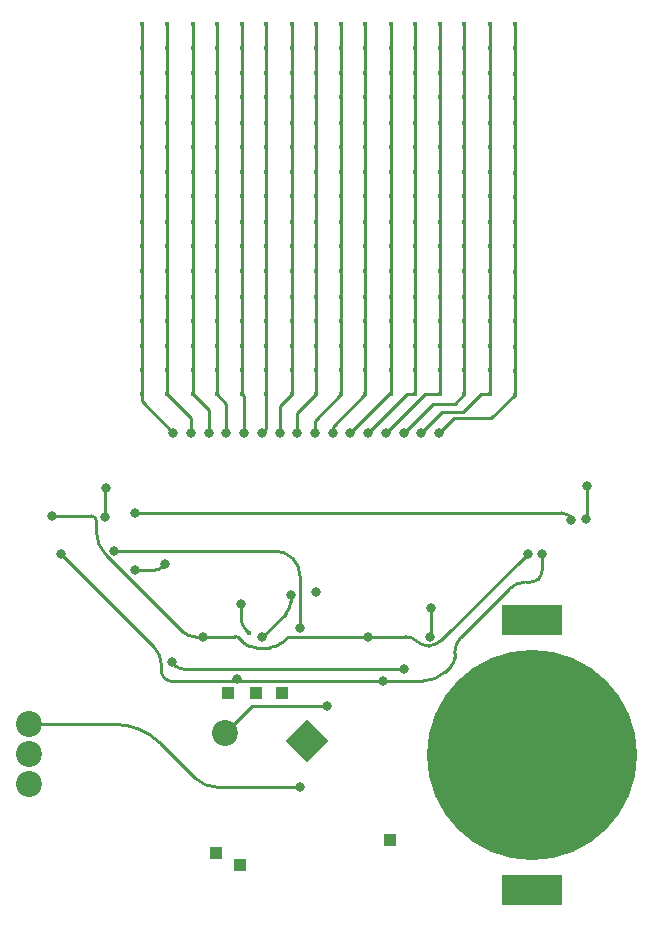
<source format=gbr>
%TF.GenerationSoftware,KiCad,Pcbnew,(6.0.5)*%
%TF.CreationDate,2022-08-28T18:04:00-07:00*%
%TF.ProjectId,PCBbuscard,50434262-7573-4636-9172-642e6b696361,rev?*%
%TF.SameCoordinates,Original*%
%TF.FileFunction,Copper,L2,Bot*%
%TF.FilePolarity,Positive*%
%FSLAX46Y46*%
G04 Gerber Fmt 4.6, Leading zero omitted, Abs format (unit mm)*
G04 Created by KiCad (PCBNEW (6.0.5)) date 2022-08-28 18:04:00*
%MOMM*%
%LPD*%
G01*
G04 APERTURE LIST*
G04 Aperture macros list*
%AMRotRect*
0 Rectangle, with rotation*
0 The origin of the aperture is its center*
0 $1 length*
0 $2 width*
0 $3 Rotation angle, in degrees counterclockwise*
0 Add horizontal line*
21,1,$1,$2,0,0,$3*%
G04 Aperture macros list end*
%TA.AperFunction,ComponentPad*%
%ADD10C,2.200000*%
%TD*%
%TA.AperFunction,SMDPad,CuDef*%
%ADD11C,17.800000*%
%TD*%
%TA.AperFunction,SMDPad,CuDef*%
%ADD12R,5.100000X2.500000*%
%TD*%
%TA.AperFunction,ComponentPad*%
%ADD13R,1.000000X1.000000*%
%TD*%
%TA.AperFunction,ComponentPad*%
%ADD14C,0.500000*%
%TD*%
%TA.AperFunction,SMDPad,CuDef*%
%ADD15RotRect,2.600000X2.600000X135.000000*%
%TD*%
%TA.AperFunction,ViaPad*%
%ADD16C,0.800000*%
%TD*%
%TA.AperFunction,ViaPad*%
%ADD17C,0.400000*%
%TD*%
%TA.AperFunction,Conductor*%
%ADD18C,0.250000*%
%TD*%
G04 APERTURE END LIST*
D10*
%TO.P,CLK,1,1*%
%TO.N,/PB5*%
X153670000Y-106172000D03*
%TD*%
D11*
%TO.P,U6,3,3*%
%TO.N,GND*%
X179603400Y-108000800D03*
D12*
%TO.P,U6,2,2*%
%TO.N,VCC*%
X179603400Y-96550800D03*
%TO.P,U6,1,1*%
X179603400Y-119450800D03*
%TD*%
D13*
%TO.P,TP6,1,1*%
%TO.N,/PC5*%
X167640000Y-115200000D03*
%TD*%
%TO.P,TP7,1,1*%
%TO.N,/PB2*%
X158496000Y-102750000D03*
%TD*%
D10*
%TO.P,GND,1,1*%
%TO.N,GND*%
X137000000Y-110500000D03*
%TD*%
%TO.P,VCC,1,1*%
%TO.N,VCC*%
X137000000Y-107960000D03*
%TD*%
D13*
%TO.P,TP9,1,1*%
%TO.N,/PC0*%
X156250000Y-102750000D03*
%TD*%
%TO.P,TP8,1,1*%
%TO.N,/PC1*%
X153924000Y-102750000D03*
%TD*%
D14*
%TO.P,U5,25,GND*%
%TO.N,GND*%
X162082624Y-106824958D03*
D15*
X160597700Y-106824958D03*
D14*
X160597700Y-108309882D03*
X159855238Y-106082496D03*
X160597700Y-105340034D03*
X159855238Y-107567420D03*
X161340162Y-106082496D03*
X161340162Y-107567420D03*
X160597700Y-106824958D03*
X159112776Y-106824958D03*
%TD*%
D10*
%TO.P,PROG,1,1*%
%TO.N,Net-(TP3-Pad1)*%
X137000000Y-105420001D03*
%TD*%
D13*
%TO.P,TP4,1,1*%
%TO.N,/PC3*%
X152908000Y-116332000D03*
%TD*%
%TO.P,TP5,1,1*%
%TO.N,/PC4*%
X154940000Y-117348000D03*
%TD*%
D16*
%TO.N,GND*%
X179603400Y-108026200D03*
%TO.N,VCC*%
X179603400Y-119450800D03*
X179603400Y-96550800D03*
%TO.N,Net-(U3-Pad9)*%
X182905400Y-88112600D03*
%TO.N,GND*%
X145973800Y-92354400D03*
X148590000Y-91821000D03*
X161315400Y-94208600D03*
%TO.N,/S8*%
X184251600Y-85217000D03*
%TO.N,/T16*%
X171043600Y-95580200D03*
%TO.N,/T8*%
X159181800Y-94462600D03*
X156794200Y-98044000D03*
%TO.N,/PC1*%
X139000016Y-87750843D03*
%TO.N,/PB5*%
X162306000Y-103886000D03*
D17*
%TO.N,Net-(D1-Pad2)*%
X146573731Y-69218630D03*
X146573731Y-58677630D03*
X146573731Y-54486630D03*
X146573731Y-46104630D03*
D16*
X149250000Y-80750000D03*
D17*
X146573731Y-56518630D03*
X146573731Y-62868630D03*
X146573731Y-71250630D03*
X146573731Y-50295630D03*
X146573731Y-75441630D03*
X146573731Y-64900630D03*
X146573731Y-52327630D03*
X146573731Y-77473630D03*
X146573731Y-67059630D03*
X146573731Y-60709630D03*
X146573731Y-48136630D03*
X146573731Y-73409630D03*
%TO.N,Net-(D114-Pad2)*%
X148732731Y-50295630D03*
X148732731Y-67059630D03*
X148732731Y-52327630D03*
X148732731Y-64900630D03*
X148732731Y-69218630D03*
X148732731Y-71250630D03*
X148732731Y-46104630D03*
X148732731Y-54486630D03*
X148732731Y-62868630D03*
X148732731Y-73409630D03*
X148732731Y-58677630D03*
X148732731Y-75441630D03*
X148732731Y-77473630D03*
X148732731Y-56518630D03*
X148732731Y-48136630D03*
X148732731Y-60709630D03*
D16*
X150750000Y-80750000D03*
%TO.N,Net-(D115-Pad2)*%
X152250000Y-80750000D03*
D17*
X150891731Y-52327630D03*
X150891731Y-60709630D03*
X150891731Y-73409630D03*
X150891731Y-71250630D03*
X150891731Y-75441630D03*
X150891731Y-58677630D03*
X150891731Y-54486630D03*
X150891731Y-69218630D03*
X150891731Y-77473630D03*
X150891731Y-56518630D03*
X150891731Y-62868630D03*
X150891731Y-64900630D03*
X150891731Y-50295630D03*
X150891731Y-46104630D03*
X150891731Y-48136630D03*
X150891731Y-67059630D03*
D16*
%TO.N,Net-(D101-Pad2)*%
X155250000Y-80750000D03*
D17*
X155082731Y-58677630D03*
X155082731Y-71250630D03*
X155082731Y-73409630D03*
X155082731Y-60709630D03*
X155082731Y-48136630D03*
X155082731Y-69218630D03*
X155082731Y-75441630D03*
X155082731Y-54486630D03*
X155082731Y-77473630D03*
X155082731Y-62868630D03*
X155082731Y-50295630D03*
X155082731Y-46104630D03*
X155082731Y-52327630D03*
X155082731Y-64900630D03*
X155082731Y-56518630D03*
X155082731Y-67059630D03*
%TO.N,Net-(D102-Pad2)*%
X157114731Y-62868630D03*
X157114731Y-64900630D03*
X157114731Y-56518630D03*
X157114731Y-54486630D03*
X157114731Y-60709630D03*
X157114731Y-67059630D03*
X157114731Y-48136630D03*
X157114731Y-75441630D03*
X157114731Y-50295630D03*
D16*
X156750000Y-80750000D03*
D17*
X157114731Y-73409630D03*
X157114731Y-69218630D03*
X157114731Y-58677630D03*
X157114731Y-77473630D03*
X157114731Y-46104630D03*
X157114731Y-52327630D03*
X157114731Y-71250630D03*
%TO.N,Net-(D103-Pad2)*%
X159273731Y-62868630D03*
D16*
X158250000Y-80750000D03*
D17*
X159273731Y-69218630D03*
X159273731Y-71250630D03*
X159273731Y-46104630D03*
X159273731Y-58677630D03*
X159273731Y-50295630D03*
X159273731Y-56518630D03*
X159273731Y-77473630D03*
X159273731Y-75441630D03*
X159273731Y-54486630D03*
X159273731Y-67059630D03*
X159273731Y-60709630D03*
X159273731Y-48136630D03*
X159273731Y-52327630D03*
X159273731Y-64900630D03*
X159273731Y-73409630D03*
%TO.N,Net-(D104-Pad2)*%
X161305731Y-46104630D03*
X161305731Y-71250630D03*
X161305731Y-54486630D03*
X161305731Y-73409630D03*
X161305731Y-75441630D03*
X161305731Y-56518630D03*
X161305731Y-60709630D03*
X161305731Y-62868630D03*
X161305731Y-64900630D03*
X161305731Y-48136630D03*
X161305731Y-52327630D03*
X161305731Y-69218630D03*
X161305731Y-77473630D03*
X161305731Y-58677630D03*
X161305731Y-67059630D03*
D16*
X159750000Y-80750000D03*
D17*
X161305731Y-50295630D03*
%TO.N,Net-(D105-Pad2)*%
X163464731Y-52327630D03*
X163464731Y-73409630D03*
X163464731Y-75441630D03*
X163464731Y-58677630D03*
D16*
X161250000Y-80750000D03*
D17*
X163464731Y-64900630D03*
X163464731Y-67059630D03*
X163464731Y-54486630D03*
X163464731Y-77473630D03*
X163464731Y-71250630D03*
X163464731Y-50295630D03*
X163464731Y-60709630D03*
X163464731Y-56518630D03*
X163464731Y-62868630D03*
X163464731Y-46104630D03*
X163464731Y-69218630D03*
X163464731Y-48136630D03*
%TO.N,Net-(D10-Pad2)*%
X165496731Y-56518630D03*
X165496731Y-71250630D03*
X165496731Y-62868630D03*
X165496731Y-69218630D03*
X165496731Y-46104630D03*
X165496731Y-73409630D03*
X165496731Y-48136630D03*
X165496731Y-67059630D03*
X165496731Y-60709630D03*
X165496731Y-52327630D03*
X165496731Y-64900630D03*
X165496731Y-50295630D03*
D16*
X162750000Y-80750000D03*
D17*
X165496731Y-75441630D03*
X165496731Y-77473630D03*
X165496731Y-58677630D03*
X165496731Y-54486630D03*
%TO.N,Net-(D107-Pad2)*%
X167655731Y-73409630D03*
X167655731Y-62868630D03*
X167655731Y-64900630D03*
X167655731Y-46104630D03*
X167655731Y-52327630D03*
X167655731Y-60709630D03*
D16*
X164250000Y-80750000D03*
D17*
X167655731Y-69218630D03*
X167655731Y-58677630D03*
X167655731Y-71250630D03*
X167655731Y-67059630D03*
X167655731Y-48136630D03*
X167655731Y-75441630D03*
X167655731Y-77473630D03*
X167655731Y-54486630D03*
X167655731Y-50295630D03*
X167655731Y-56518630D03*
%TO.N,Net-(D108-Pad2)*%
X169687731Y-77473630D03*
X169687731Y-62868630D03*
X169687731Y-67059630D03*
X169687731Y-48136630D03*
X169687731Y-58677630D03*
X169687731Y-69218630D03*
X169687731Y-64900630D03*
X169687731Y-60709630D03*
X169687731Y-56518630D03*
X169687731Y-46104630D03*
D16*
X165750000Y-80750000D03*
D17*
X169687731Y-71250630D03*
X169687731Y-50295630D03*
X169687731Y-54486630D03*
X169687731Y-73409630D03*
X169687731Y-75441630D03*
X169687731Y-52327630D03*
%TO.N,Net-(D109-Pad2)*%
X171846731Y-77473630D03*
X171846731Y-64900630D03*
X171846731Y-62868630D03*
X171846731Y-67059630D03*
X171846731Y-58677630D03*
X171846731Y-60709630D03*
X171846731Y-73409630D03*
X171846731Y-54486630D03*
X171846731Y-56518630D03*
X171846731Y-50295630D03*
X171846731Y-46104630D03*
X171846731Y-48136630D03*
X171846731Y-69218630D03*
X171846731Y-52327630D03*
D16*
X167250000Y-80750000D03*
D17*
X171846731Y-75441630D03*
X171846731Y-71250630D03*
%TO.N,Net-(D110-Pad2)*%
X173878731Y-64900630D03*
X173878731Y-77473630D03*
X173878731Y-52327630D03*
X173878731Y-46104630D03*
X173878731Y-71250630D03*
X173878731Y-62868630D03*
X173878731Y-73409630D03*
X173878731Y-58677630D03*
X173878731Y-54486630D03*
X173878731Y-75441630D03*
X173878731Y-56518630D03*
X173878731Y-67059630D03*
D16*
X168750000Y-80750000D03*
D17*
X173878731Y-48136630D03*
X173878731Y-50295630D03*
X173878731Y-60709630D03*
X173878731Y-69218630D03*
%TO.N,Net-(D111-Pad2)*%
X176037731Y-73409630D03*
X176037731Y-58677630D03*
X176037731Y-54486630D03*
X176037731Y-52327630D03*
X176037731Y-50295630D03*
X176037731Y-67059630D03*
X176037731Y-64900630D03*
X176037731Y-69218630D03*
X176037731Y-46104630D03*
X176037731Y-60709630D03*
X176037731Y-48136630D03*
X176037731Y-71250630D03*
X176037731Y-56518630D03*
X176037731Y-77473630D03*
X176037731Y-75441630D03*
D16*
X170250000Y-80750000D03*
D17*
X176037731Y-62868630D03*
%TO.N,Net-(D112-Pad2)*%
X178147884Y-58726477D03*
X178147884Y-69267477D03*
X178147884Y-52376477D03*
X178147884Y-64949477D03*
X178147884Y-56567477D03*
X178147884Y-48185477D03*
X178147884Y-73458477D03*
X178147884Y-67108477D03*
X178147884Y-50344477D03*
D16*
X171750000Y-80750000D03*
D17*
X178147884Y-77522477D03*
X178147884Y-62917477D03*
X178147884Y-60758477D03*
X178147884Y-54535477D03*
X178147884Y-75490477D03*
X178147884Y-71299477D03*
X178147884Y-46153477D03*
D16*
%TO.N,Net-(U1-Pad9)*%
X168750000Y-100750000D03*
X149121312Y-100121312D03*
%TO.N,GND*%
X155000000Y-95200000D03*
D17*
X155676600Y-97688400D03*
D16*
%TO.N,Net-(TP3-Pad1)*%
X160020000Y-110744000D03*
%TO.N,/PC0*%
X180500000Y-91000000D03*
X167018959Y-101768959D03*
X154637299Y-101612701D03*
X139750000Y-91000000D03*
%TO.N,/PC1*%
X179250000Y-91000000D03*
X165750000Y-98000000D03*
X151750000Y-98000000D03*
%TO.N,/S9*%
X143433800Y-87833200D03*
X143535400Y-85369400D03*
%TO.N,/S8*%
X184175400Y-88011000D03*
D17*
%TO.N,Net-(D100-Pad2)*%
X152923731Y-62868630D03*
X152923731Y-69218630D03*
X152923731Y-46104630D03*
X152923731Y-48136630D03*
X152923731Y-71250630D03*
X152923731Y-75441630D03*
X152923731Y-52327630D03*
X152923731Y-73409630D03*
X152923731Y-64900630D03*
X152923731Y-60709630D03*
X152923731Y-56518630D03*
X152923731Y-77473630D03*
X152923731Y-58677630D03*
X152923731Y-67059630D03*
D16*
X153750000Y-80750000D03*
D17*
X152923731Y-50295630D03*
X152923731Y-54486630D03*
D16*
%TO.N,/T16*%
X171000001Y-97999999D03*
%TO.N,Net-(U2-Pad9)*%
X160000000Y-97250000D03*
X144262299Y-90737701D03*
%TO.N,Net-(U3-Pad9)*%
X146000000Y-87500000D03*
%TD*%
D18*
%TO.N,/PC1*%
X151750000Y-98000000D02*
X151125000Y-98000000D01*
%TO.N,GND*%
X148323300Y-92087700D02*
X148590000Y-91821000D01*
X147679429Y-92354412D02*
G75*
G03*
X148323300Y-92087700I-29J910612D01*
G01*
X147679429Y-92354400D02*
X145973800Y-92354400D01*
%TO.N,/PC1*%
X150058055Y-97558061D02*
G75*
G03*
X151125000Y-98000000I1066945J1066961D01*
G01*
X150058058Y-97558058D02*
X143545495Y-91045495D01*
X142750003Y-89125000D02*
G75*
G03*
X143545495Y-91045495I2715997J0D01*
G01*
X142750000Y-89125000D02*
X142750000Y-88176776D01*
X142624993Y-87875007D02*
G75*
G02*
X142750000Y-88176776I-301793J-301793D01*
G01*
X142323223Y-87749962D02*
G75*
G02*
X142624999Y-87875001I-23J-426738D01*
G01*
X142323223Y-87750000D02*
X139000859Y-87750000D01*
X139000859Y-87750000D02*
X139000016Y-87750843D01*
%TO.N,Net-(U1-Pad9)*%
X150194549Y-100750046D02*
G75*
G02*
X149435656Y-100435656I51J1073246D01*
G01*
%TO.N,/PC0*%
X170384477Y-101749985D02*
G75*
G03*
X172288791Y-100961207I23J2693085D01*
G01*
X172795291Y-100454747D02*
G75*
G03*
X173077584Y-99773165I-681591J681547D01*
G01*
X180500000Y-92312498D02*
X180500000Y-91000000D01*
X180163593Y-93086405D02*
X180190640Y-93059358D01*
X179082781Y-93368718D02*
X179482031Y-93368718D01*
X173642208Y-98010791D02*
X177719657Y-93933342D01*
X173077584Y-99773165D02*
X173077584Y-99373915D01*
X172288791Y-100961207D02*
X172795271Y-100454727D01*
X180500003Y-92312498D02*
G75*
G02*
X180190639Y-93059357I-1056203J-2D01*
G01*
X173642207Y-98010790D02*
G75*
G03*
X173077584Y-99373915I1363093J-1363110D01*
G01*
X180163587Y-93086399D02*
G75*
G02*
X179482031Y-93368718I-681587J681599D01*
G01*
X167018959Y-101768959D02*
X167028438Y-101759479D01*
X170384477Y-101750000D02*
X167051324Y-101750000D01*
X167051324Y-101750027D02*
G75*
G03*
X167028438Y-101759479I-24J-32373D01*
G01*
X179082781Y-93368715D02*
G75*
G03*
X177719658Y-93933343I19J-1927785D01*
G01*
%TO.N,GND*%
X179603400Y-108000800D02*
X179603400Y-108026200D01*
%TO.N,Net-(U3-Pad9)*%
X182689550Y-87691781D02*
X182905400Y-87907631D01*
X182905400Y-87907631D02*
X182905400Y-88112600D01*
X146000000Y-87500000D02*
X182146446Y-87500000D01*
X182689563Y-87691765D02*
G75*
G03*
X182146446Y-87500000I-546863J-683835D01*
G01*
%TO.N,/S8*%
X184251600Y-87934800D02*
X184175400Y-88011000D01*
X184251600Y-85217000D02*
X184251600Y-87934800D01*
%TO.N,GND*%
X155676600Y-97673887D02*
X155676600Y-97688400D01*
X155325462Y-97322749D02*
X155676600Y-97673887D01*
X155000000Y-95200000D02*
X155000000Y-96434314D01*
X155325473Y-97322740D02*
G75*
G02*
X155000000Y-96434314I1059127J891840D01*
G01*
%TO.N,/S9*%
X143433800Y-85471000D02*
X143433800Y-87833200D01*
X143535400Y-85369400D02*
X143433800Y-85471000D01*
%TO.N,/PC1*%
X154475797Y-98000001D02*
G75*
G02*
X154609979Y-98001148I203J-7828699D01*
G01*
X154475797Y-98000000D02*
X151750000Y-98000000D01*
X158502047Y-98455058D02*
X158957106Y-98000000D01*
X154724826Y-98050087D02*
G75*
G03*
X154609979Y-98001147I-118226J-118213D01*
G01*
X154724842Y-98050071D02*
X155130976Y-98456205D01*
X157403439Y-98910117D02*
X156226815Y-98910117D01*
X156226815Y-98910115D02*
G75*
G02*
X155130977Y-98456204I-15J1549715D01*
G01*
X157403439Y-98910129D02*
G75*
G03*
X158502047Y-98455058I-39J1553729D01*
G01*
X165750000Y-98000000D02*
X158957106Y-98000000D01*
%TO.N,/T8*%
X158759739Y-96078484D02*
G75*
G03*
X159181800Y-95059500I-1019039J1018984D01*
G01*
%TO.N,/T16*%
X171043600Y-97956400D02*
X171000001Y-97999999D01*
X171043600Y-95580200D02*
X171043600Y-97956400D01*
%TO.N,/T8*%
X159181800Y-95059500D02*
X159181800Y-94462600D01*
X158759727Y-96078472D02*
X156794200Y-98044000D01*
%TO.N,VCC*%
X179603400Y-96550800D02*
X179354800Y-96550800D01*
X179354800Y-96550800D02*
X179324000Y-96520000D01*
X179603400Y-119608600D02*
X179578000Y-119634000D01*
X179603400Y-119450800D02*
X179603400Y-119608600D01*
%TO.N,/PB5*%
X155956000Y-103886000D02*
X153670000Y-106172000D01*
X162306000Y-103886000D02*
X155956000Y-103886000D01*
%TO.N,Net-(D1-Pad2)*%
X146573731Y-46104630D02*
X146573731Y-77473630D01*
X146573731Y-77473630D02*
X146573731Y-78073731D01*
X146573731Y-78073731D02*
X149250000Y-80750000D01*
%TO.N,Net-(D114-Pad2)*%
X148732731Y-77473630D02*
X150750000Y-79490899D01*
X150750000Y-79490899D02*
X150750000Y-80750000D01*
X148732731Y-46104630D02*
X148732731Y-77473630D01*
X148732731Y-77473630D02*
X148732731Y-77504959D01*
%TO.N,Net-(D115-Pad2)*%
X152250000Y-78831899D02*
X152250000Y-80750000D01*
X150891731Y-77473630D02*
X152250000Y-78831899D01*
X150891731Y-46104630D02*
X150891731Y-77473630D01*
%TO.N,Net-(D101-Pad2)*%
X155082731Y-46104630D02*
X155082731Y-77473630D01*
X155250000Y-77640899D02*
X155250000Y-80750000D01*
X155082731Y-77473630D02*
X155250000Y-77640899D01*
%TO.N,Net-(D102-Pad2)*%
X157114731Y-46104630D02*
X157114731Y-77473630D01*
X157114731Y-77473630D02*
X157114731Y-80385269D01*
X157114731Y-80385269D02*
X156750000Y-80750000D01*
%TO.N,Net-(D103-Pad2)*%
X158250000Y-78497361D02*
X158250000Y-80750000D01*
X159273731Y-46104630D02*
X159273731Y-77473630D01*
X159273731Y-77473630D02*
X158250000Y-78497361D01*
%TO.N,Net-(D104-Pad2)*%
X161305731Y-46104630D02*
X161305731Y-77473630D01*
X161305731Y-77473630D02*
X159750000Y-79029361D01*
X159750000Y-79029361D02*
X159750000Y-80750000D01*
%TO.N,Net-(D105-Pad2)*%
X161250000Y-79688361D02*
X161250000Y-80750000D01*
X163464731Y-46104630D02*
X163464731Y-77473630D01*
X163464731Y-77473630D02*
X161250000Y-79688361D01*
%TO.N,Net-(D10-Pad2)*%
X162750000Y-80220361D02*
X162750000Y-80750000D01*
X165496731Y-77473630D02*
X162750000Y-80220361D01*
X165496731Y-46104630D02*
X165496731Y-77473630D01*
%TO.N,Net-(D107-Pad2)*%
X167655731Y-46104630D02*
X167655731Y-77473630D01*
X167526370Y-77473630D02*
X164250000Y-80750000D01*
X167655731Y-77473630D02*
X167526370Y-77473630D01*
%TO.N,Net-(D108-Pad2)*%
X169687731Y-77473630D02*
X169026370Y-77473630D01*
X169687731Y-46104630D02*
X169687731Y-77473630D01*
X169026370Y-77473630D02*
X165750000Y-80750000D01*
%TO.N,Net-(D109-Pad2)*%
X171846731Y-46104630D02*
X171846731Y-77473630D01*
X170526370Y-77473630D02*
X167250000Y-80750000D01*
X171846731Y-77473630D02*
X170526370Y-77473630D01*
%TO.N,Net-(D110-Pad2)*%
X173102361Y-78250000D02*
X171250000Y-78250000D01*
X171250000Y-78250000D02*
X168750000Y-80750000D01*
X173878731Y-77473630D02*
X173102361Y-78250000D01*
X173878731Y-46104630D02*
X173878731Y-77473630D01*
%TO.N,Net-(D111-Pad2)*%
X176037731Y-46104630D02*
X176037731Y-77473630D01*
X172000000Y-79000000D02*
X170250000Y-80750000D01*
X173750000Y-79000000D02*
X172000000Y-79000000D01*
X176037731Y-77473630D02*
X175276370Y-77473630D01*
X175276370Y-77473630D02*
X173750000Y-79000000D01*
%TO.N,Net-(D112-Pad2)*%
X176170361Y-79500000D02*
X173000000Y-79500000D01*
X173000000Y-79500000D02*
X171750000Y-80750000D01*
X178147884Y-46153477D02*
X178147884Y-77522477D01*
X178147884Y-77522477D02*
X176170361Y-79500000D01*
%TO.N,Net-(U1-Pad9)*%
X150194549Y-100750000D02*
X168750000Y-100750000D01*
X149435656Y-100435656D02*
X149121312Y-100121312D01*
%TO.N,Net-(TP3-Pad1)*%
X144314037Y-105420001D02*
X137000000Y-105420001D01*
X152969547Y-110744000D02*
X160020000Y-110744000D01*
X148161793Y-107013793D02*
X151130000Y-109982000D01*
X152969547Y-110743975D02*
G75*
G02*
X151130000Y-109982000I-47J2601375D01*
G01*
X144314037Y-105419990D02*
G75*
G02*
X148161792Y-107013794I-37J-5441610D01*
G01*
%TO.N,/PC0*%
X154637299Y-101612701D02*
X154715428Y-101690830D01*
X148250000Y-100375000D02*
X148250000Y-100883040D01*
X139750000Y-91000000D02*
X147631281Y-98881281D01*
X154370549Y-101768959D02*
X149135918Y-101768959D01*
X154904048Y-101768959D02*
X167018959Y-101768959D01*
X154637299Y-101612701D02*
X154559170Y-101690830D01*
X154370549Y-101768991D02*
G75*
G03*
X154559170Y-101690830I-49J266791D01*
G01*
X148250010Y-100375000D02*
G75*
G03*
X147631280Y-98881282I-2112410J0D01*
G01*
X148509503Y-101509455D02*
G75*
G02*
X148250000Y-100883040I626397J626455D01*
G01*
X154904048Y-101768992D02*
G75*
G02*
X154715429Y-101690829I52J266792D01*
G01*
X149135918Y-101768934D02*
G75*
G02*
X148509479Y-101509479I-18J885934D01*
G01*
%TO.N,/PC1*%
X171941941Y-98308058D02*
X179250000Y-91000000D01*
X165750000Y-98000000D02*
X168969669Y-98000000D01*
X170875000Y-98750000D02*
X170780330Y-98750000D01*
X170875000Y-98749994D02*
G75*
G03*
X171941941Y-98308058I0J1508894D01*
G01*
X168969669Y-98000013D02*
G75*
G02*
X169875000Y-98375000I31J-1280287D01*
G01*
X170780330Y-98749987D02*
G75*
G02*
X169875000Y-98375000I-30J1280287D01*
G01*
%TO.N,Net-(D100-Pad2)*%
X152923731Y-46104630D02*
X152923731Y-77473630D01*
X152923731Y-77473630D02*
X153750000Y-78299899D01*
X153750000Y-78299899D02*
X153750000Y-80750000D01*
%TO.N,Net-(U2-Pad9)*%
X144262299Y-90737701D02*
X157845120Y-90737701D01*
X160000000Y-97250000D02*
X160000000Y-92892580D01*
X160000007Y-92892580D02*
G75*
G03*
X159368849Y-91368851I-2154907J-20D01*
G01*
X157845120Y-90737693D02*
G75*
G02*
X159368849Y-91368851I-20J-2154907D01*
G01*
%TD*%
M02*

</source>
